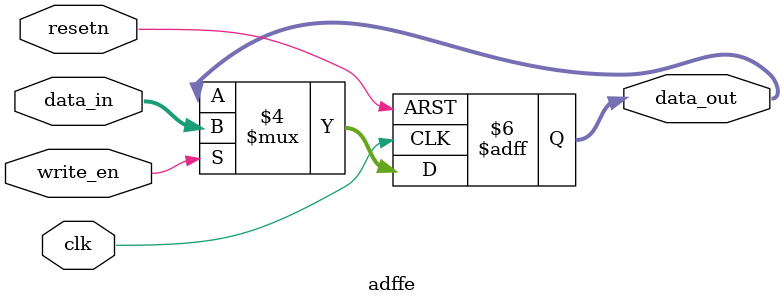
<source format=v>
module adffe
(
input [15:0] data_in,
input clk,
input resetn,
input write_en,
output reg [15:0] data_out
);

always @(posedge clk or negedge resetn)
    if (~resetn) // Register is reset resetn
    begin
        data_out <= 16'h0000;
    end
    else if (write_en)
    begin
        data_out <= data_in;
    end
    else
    begin
        data_out <= data_out;
    end
endmodule
</source>
